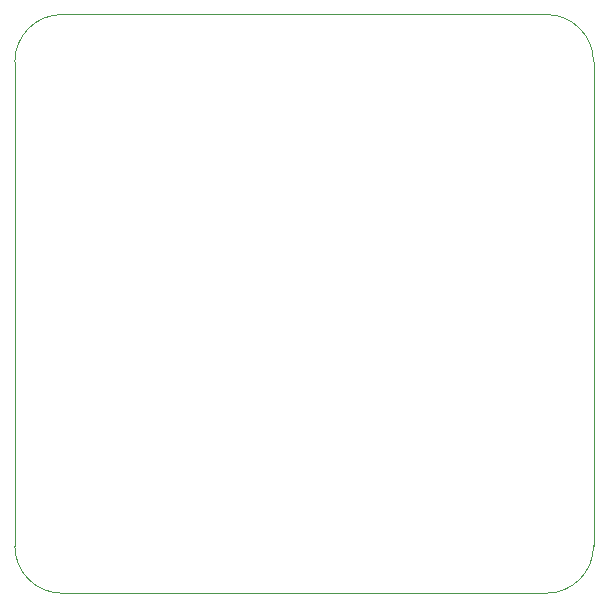
<source format=gbr>
G04 #@! TF.GenerationSoftware,KiCad,Pcbnew,(5.1.5)-3*
G04 #@! TF.CreationDate,2020-10-04T08:20:12-04:00*
G04 #@! TF.ProjectId,MHS-5200A_PwrSupply,4d48532d-3532-4303-9041-5f5077725375,rev?*
G04 #@! TF.SameCoordinates,Original*
G04 #@! TF.FileFunction,Profile,NP*
%FSLAX46Y46*%
G04 Gerber Fmt 4.6, Leading zero omitted, Abs format (unit mm)*
G04 Created by KiCad (PCBNEW (5.1.5)-3) date 2020-10-04 08:20:12*
%MOMM*%
%LPD*%
G04 APERTURE LIST*
%ADD10C,0.050000*%
G04 APERTURE END LIST*
D10*
X45000000Y0D02*
G75*
G02X49000000Y-4000000I0J-4000000D01*
G01*
X49000000Y-45000000D02*
G75*
G02X45000000Y-49000000I-4000000J0D01*
G01*
X4000000Y-49000000D02*
G75*
G02X0Y-45000000I0J4000000D01*
G01*
X0Y-4000000D02*
G75*
G02X4000000Y0I4000000J0D01*
G01*
X0Y-45000000D02*
X0Y-4000000D01*
X4000000Y-49000000D02*
X45000000Y-49000000D01*
X49000000Y-45000000D02*
X49000000Y-4000000D01*
X4000000Y0D02*
X45000000Y0D01*
M02*

</source>
